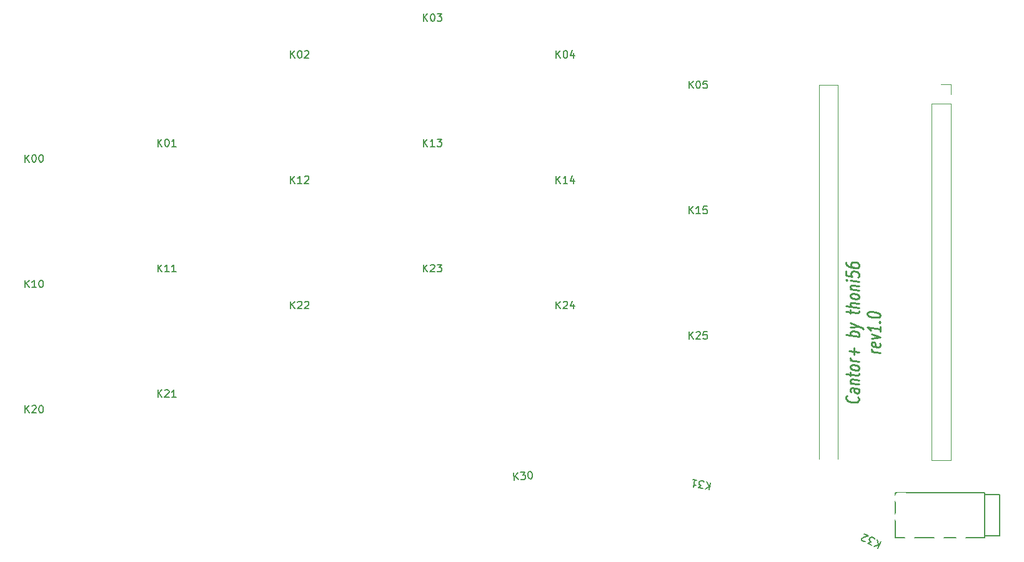
<source format=gto>
%TF.GenerationSoftware,KiCad,Pcbnew,(6.0.5)*%
%TF.CreationDate,2022-07-18T13:28:33+02:00*%
%TF.ProjectId,cantorplus,63616e74-6f72-4706-9c75-732e6b696361,rev1.0*%
%TF.SameCoordinates,Original*%
%TF.FileFunction,Legend,Top*%
%TF.FilePolarity,Positive*%
%FSLAX46Y46*%
G04 Gerber Fmt 4.6, Leading zero omitted, Abs format (unit mm)*
G04 Created by KiCad (PCBNEW (6.0.5)) date 2022-07-18 13:28:33*
%MOMM*%
%LPD*%
G01*
G04 APERTURE LIST*
%ADD10C,0.250000*%
%ADD11C,0.150000*%
%ADD12C,0.120000*%
%ADD13C,1.701800*%
%ADD14C,3.429000*%
%ADD15C,0.990600*%
%ADD16C,2.032000*%
%ADD17C,0.800000*%
%ADD18O,2.000000X1.600000*%
%ADD19R,1.700000X1.700000*%
%ADD20C,1.700000*%
G04 APERTURE END LIST*
D10*
X185667843Y-94038669D02*
X185753557Y-94111288D01*
X185839271Y-94307716D01*
X185839271Y-94431526D01*
X185753557Y-94606526D01*
X185582128Y-94708907D01*
X185410700Y-94749383D01*
X185067843Y-94768431D01*
X184810700Y-94736288D01*
X184467843Y-94631526D01*
X184296414Y-94548193D01*
X184124986Y-94402954D01*
X184039271Y-94206526D01*
X184039271Y-94082716D01*
X184124986Y-93907716D01*
X184210700Y-93856526D01*
X185839271Y-92945812D02*
X184896414Y-92827954D01*
X184724986Y-92868431D01*
X184639271Y-92981526D01*
X184639271Y-93229145D01*
X184724986Y-93363669D01*
X185753557Y-92935097D02*
X185839271Y-93069621D01*
X185839271Y-93379145D01*
X185753557Y-93492240D01*
X185582128Y-93532716D01*
X185410700Y-93511288D01*
X185239271Y-93427954D01*
X185153557Y-93293431D01*
X185153557Y-92983907D01*
X185067843Y-92849383D01*
X184639271Y-92176764D02*
X185839271Y-92326764D01*
X184810700Y-92198193D02*
X184724986Y-92125573D01*
X184639271Y-91991050D01*
X184639271Y-91805335D01*
X184724986Y-91692240D01*
X184896414Y-91651764D01*
X185839271Y-91769621D01*
X184639271Y-91186288D02*
X184639271Y-90691050D01*
X184039271Y-90925573D02*
X185582128Y-91118431D01*
X185753557Y-91077954D01*
X185839271Y-90964859D01*
X185839271Y-90841050D01*
X185839271Y-90222002D02*
X185753557Y-90335097D01*
X185667843Y-90386288D01*
X185496414Y-90426764D01*
X184982128Y-90362478D01*
X184810700Y-90279145D01*
X184724986Y-90206526D01*
X184639271Y-90072002D01*
X184639271Y-89886288D01*
X184724986Y-89773193D01*
X184810700Y-89722002D01*
X184982128Y-89681526D01*
X185496414Y-89745812D01*
X185667843Y-89829145D01*
X185753557Y-89901764D01*
X185839271Y-90036288D01*
X185839271Y-90222002D01*
X185839271Y-89231526D02*
X184639271Y-89081526D01*
X184982128Y-89124383D02*
X184810700Y-89041050D01*
X184724986Y-88968431D01*
X184639271Y-88833907D01*
X184639271Y-88710097D01*
X185153557Y-88341050D02*
X185153557Y-87350573D01*
X185839271Y-87931526D02*
X184467843Y-87760097D01*
X185839271Y-85826764D02*
X184039271Y-85601764D01*
X184724986Y-85687478D02*
X184639271Y-85552954D01*
X184639271Y-85305335D01*
X184724986Y-85192240D01*
X184810700Y-85141050D01*
X184982128Y-85100573D01*
X185496414Y-85164859D01*
X185667843Y-85248193D01*
X185753557Y-85320812D01*
X185839271Y-85455335D01*
X185839271Y-85702954D01*
X185753557Y-85816050D01*
X184639271Y-84624383D02*
X185839271Y-84464859D01*
X184639271Y-84005335D02*
X185839271Y-84464859D01*
X186267843Y-84642240D01*
X186353557Y-84714859D01*
X186439271Y-84849383D01*
X184639271Y-82705335D02*
X184639271Y-82210097D01*
X184039271Y-82444621D02*
X185582128Y-82637478D01*
X185753557Y-82597002D01*
X185839271Y-82483907D01*
X185839271Y-82360097D01*
X185839271Y-81926764D02*
X184039271Y-81701764D01*
X185839271Y-81369621D02*
X184896414Y-81251764D01*
X184724986Y-81292240D01*
X184639271Y-81405335D01*
X184639271Y-81591050D01*
X184724986Y-81725573D01*
X184810700Y-81798193D01*
X185839271Y-80564859D02*
X185753557Y-80677954D01*
X185667843Y-80729145D01*
X185496414Y-80769621D01*
X184982128Y-80705335D01*
X184810700Y-80622002D01*
X184724986Y-80549383D01*
X184639271Y-80414859D01*
X184639271Y-80229145D01*
X184724986Y-80116050D01*
X184810700Y-80064859D01*
X184982128Y-80024383D01*
X185496414Y-80088669D01*
X185667843Y-80172002D01*
X185753557Y-80244621D01*
X185839271Y-80379145D01*
X185839271Y-80564859D01*
X184639271Y-79424383D02*
X185839271Y-79574383D01*
X184810700Y-79445812D02*
X184724986Y-79373193D01*
X184639271Y-79238669D01*
X184639271Y-79052954D01*
X184724986Y-78939859D01*
X184896414Y-78899383D01*
X185839271Y-79017240D01*
X185839271Y-78398193D02*
X184639271Y-78248193D01*
X184039271Y-78173193D02*
X184124986Y-78245812D01*
X184210700Y-78194621D01*
X184124986Y-78122002D01*
X184039271Y-78173193D01*
X184210700Y-78194621D01*
X184039271Y-76935097D02*
X184039271Y-77554145D01*
X184896414Y-77723193D01*
X184810700Y-77650573D01*
X184724986Y-77516050D01*
X184724986Y-77206526D01*
X184810700Y-77093431D01*
X184896414Y-77042240D01*
X185067843Y-77001764D01*
X185496414Y-77055335D01*
X185667843Y-77138669D01*
X185753557Y-77211288D01*
X185839271Y-77345812D01*
X185839271Y-77655335D01*
X185753557Y-77768431D01*
X185667843Y-77819621D01*
X184039271Y-75758907D02*
X184039271Y-76006526D01*
X184124986Y-76141050D01*
X184210700Y-76213669D01*
X184467843Y-76369621D01*
X184810700Y-76474383D01*
X185496414Y-76560097D01*
X185667843Y-76519621D01*
X185753557Y-76468431D01*
X185839271Y-76355335D01*
X185839271Y-76107716D01*
X185753557Y-75973193D01*
X185667843Y-75900573D01*
X185496414Y-75817240D01*
X185067843Y-75763669D01*
X184896414Y-75804145D01*
X184810700Y-75855335D01*
X184724986Y-75968431D01*
X184724986Y-76216050D01*
X184810700Y-76350573D01*
X184896414Y-76423193D01*
X185067843Y-76506526D01*
X188737271Y-88055335D02*
X187537271Y-87905335D01*
X187880128Y-87948193D02*
X187708700Y-87864859D01*
X187622986Y-87792240D01*
X187537271Y-87657716D01*
X187537271Y-87533907D01*
X188651557Y-86744621D02*
X188737271Y-86879145D01*
X188737271Y-87126764D01*
X188651557Y-87239859D01*
X188480128Y-87280335D01*
X187794414Y-87194621D01*
X187622986Y-87111288D01*
X187537271Y-86976764D01*
X187537271Y-86729145D01*
X187622986Y-86616050D01*
X187794414Y-86575573D01*
X187965843Y-86597002D01*
X188137271Y-87237478D01*
X187537271Y-86110097D02*
X188737271Y-85950573D01*
X187537271Y-85491050D01*
X188737271Y-84464859D02*
X188737271Y-85207716D01*
X188737271Y-84836288D02*
X186937271Y-84611288D01*
X187194414Y-84767240D01*
X187365843Y-84912478D01*
X187451557Y-85047002D01*
X188565843Y-83886288D02*
X188651557Y-83835097D01*
X188737271Y-83907716D01*
X188651557Y-83958907D01*
X188565843Y-83886288D01*
X188737271Y-83907716D01*
X186937271Y-82816050D02*
X186937271Y-82692240D01*
X187022986Y-82579145D01*
X187108700Y-82527954D01*
X187280128Y-82487478D01*
X187622986Y-82468431D01*
X188051557Y-82522002D01*
X188394414Y-82626764D01*
X188565843Y-82710097D01*
X188651557Y-82782716D01*
X188737271Y-82917240D01*
X188737271Y-83041050D01*
X188651557Y-83154145D01*
X188565843Y-83205335D01*
X188394414Y-83245812D01*
X188051557Y-83264859D01*
X187622986Y-83211288D01*
X187280128Y-83106526D01*
X187108700Y-83023193D01*
X187022986Y-82950573D01*
X186937271Y-82816050D01*
D11*
%TO.C,K25*%
X162785714Y-86197380D02*
X162785714Y-85197380D01*
X163357142Y-86197380D02*
X162928571Y-85625952D01*
X163357142Y-85197380D02*
X162785714Y-85768809D01*
X163738095Y-85292619D02*
X163785714Y-85245000D01*
X163880952Y-85197380D01*
X164119047Y-85197380D01*
X164214285Y-85245000D01*
X164261904Y-85292619D01*
X164309523Y-85387857D01*
X164309523Y-85483095D01*
X164261904Y-85625952D01*
X163690476Y-86197380D01*
X164309523Y-86197380D01*
X165214285Y-85197380D02*
X164738095Y-85197380D01*
X164690476Y-85673571D01*
X164738095Y-85625952D01*
X164833333Y-85578333D01*
X165071428Y-85578333D01*
X165166666Y-85625952D01*
X165214285Y-85673571D01*
X165261904Y-85768809D01*
X165261904Y-86006904D01*
X165214285Y-86102142D01*
X165166666Y-86149761D01*
X165071428Y-86197380D01*
X164833333Y-86197380D01*
X164738095Y-86149761D01*
X164690476Y-86102142D01*
%TO.C,K24*%
X144785714Y-82077380D02*
X144785714Y-81077380D01*
X145357142Y-82077380D02*
X144928571Y-81505952D01*
X145357142Y-81077380D02*
X144785714Y-81648809D01*
X145738095Y-81172619D02*
X145785714Y-81125000D01*
X145880952Y-81077380D01*
X146119047Y-81077380D01*
X146214285Y-81125000D01*
X146261904Y-81172619D01*
X146309523Y-81267857D01*
X146309523Y-81363095D01*
X146261904Y-81505952D01*
X145690476Y-82077380D01*
X146309523Y-82077380D01*
X147166666Y-81410714D02*
X147166666Y-82077380D01*
X146928571Y-81029761D02*
X146690476Y-81744047D01*
X147309523Y-81744047D01*
%TO.C,K21*%
X90785714Y-94077380D02*
X90785714Y-93077380D01*
X91357142Y-94077380D02*
X90928571Y-93505952D01*
X91357142Y-93077380D02*
X90785714Y-93648809D01*
X91738095Y-93172619D02*
X91785714Y-93125000D01*
X91880952Y-93077380D01*
X92119047Y-93077380D01*
X92214285Y-93125000D01*
X92261904Y-93172619D01*
X92309523Y-93267857D01*
X92309523Y-93363095D01*
X92261904Y-93505952D01*
X91690476Y-94077380D01*
X92309523Y-94077380D01*
X93261904Y-94077380D02*
X92690476Y-94077380D01*
X92976190Y-94077380D02*
X92976190Y-93077380D01*
X92880952Y-93220238D01*
X92785714Y-93315476D01*
X92690476Y-93363095D01*
%TO.C,K02*%
X108785714Y-48077380D02*
X108785714Y-47077380D01*
X109357142Y-48077380D02*
X108928571Y-47505952D01*
X109357142Y-47077380D02*
X108785714Y-47648809D01*
X109976190Y-47077380D02*
X110071428Y-47077380D01*
X110166666Y-47125000D01*
X110214285Y-47172619D01*
X110261904Y-47267857D01*
X110309523Y-47458333D01*
X110309523Y-47696428D01*
X110261904Y-47886904D01*
X110214285Y-47982142D01*
X110166666Y-48029761D01*
X110071428Y-48077380D01*
X109976190Y-48077380D01*
X109880952Y-48029761D01*
X109833333Y-47982142D01*
X109785714Y-47886904D01*
X109738095Y-47696428D01*
X109738095Y-47458333D01*
X109785714Y-47267857D01*
X109833333Y-47172619D01*
X109880952Y-47125000D01*
X109976190Y-47077380D01*
X110690476Y-47172619D02*
X110738095Y-47125000D01*
X110833333Y-47077380D01*
X111071428Y-47077380D01*
X111166666Y-47125000D01*
X111214285Y-47172619D01*
X111261904Y-47267857D01*
X111261904Y-47363095D01*
X111214285Y-47505952D01*
X110642857Y-48077380D01*
X111261904Y-48077380D01*
%TO.C,K10*%
X72785714Y-79197380D02*
X72785714Y-78197380D01*
X73357142Y-79197380D02*
X72928571Y-78625952D01*
X73357142Y-78197380D02*
X72785714Y-78768809D01*
X74309523Y-79197380D02*
X73738095Y-79197380D01*
X74023809Y-79197380D02*
X74023809Y-78197380D01*
X73928571Y-78340238D01*
X73833333Y-78435476D01*
X73738095Y-78483095D01*
X74928571Y-78197380D02*
X75023809Y-78197380D01*
X75119047Y-78245000D01*
X75166666Y-78292619D01*
X75214285Y-78387857D01*
X75261904Y-78578333D01*
X75261904Y-78816428D01*
X75214285Y-79006904D01*
X75166666Y-79102142D01*
X75119047Y-79149761D01*
X75023809Y-79197380D01*
X74928571Y-79197380D01*
X74833333Y-79149761D01*
X74785714Y-79102142D01*
X74738095Y-79006904D01*
X74690476Y-78816428D01*
X74690476Y-78578333D01*
X74738095Y-78387857D01*
X74785714Y-78292619D01*
X74833333Y-78245000D01*
X74928571Y-78197380D01*
%TO.C,K04*%
X144785714Y-48077380D02*
X144785714Y-47077380D01*
X145357142Y-48077380D02*
X144928571Y-47505952D01*
X145357142Y-47077380D02*
X144785714Y-47648809D01*
X145976190Y-47077380D02*
X146071428Y-47077380D01*
X146166666Y-47125000D01*
X146214285Y-47172619D01*
X146261904Y-47267857D01*
X146309523Y-47458333D01*
X146309523Y-47696428D01*
X146261904Y-47886904D01*
X146214285Y-47982142D01*
X146166666Y-48029761D01*
X146071428Y-48077380D01*
X145976190Y-48077380D01*
X145880952Y-48029761D01*
X145833333Y-47982142D01*
X145785714Y-47886904D01*
X145738095Y-47696428D01*
X145738095Y-47458333D01*
X145785714Y-47267857D01*
X145833333Y-47172619D01*
X145880952Y-47125000D01*
X145976190Y-47077380D01*
X147166666Y-47410714D02*
X147166666Y-48077380D01*
X146928571Y-47029761D02*
X146690476Y-47744047D01*
X147309523Y-47744047D01*
%TO.C,K12*%
X108785714Y-65077380D02*
X108785714Y-64077380D01*
X109357142Y-65077380D02*
X108928571Y-64505952D01*
X109357142Y-64077380D02*
X108785714Y-64648809D01*
X110309523Y-65077380D02*
X109738095Y-65077380D01*
X110023809Y-65077380D02*
X110023809Y-64077380D01*
X109928571Y-64220238D01*
X109833333Y-64315476D01*
X109738095Y-64363095D01*
X110690476Y-64172619D02*
X110738095Y-64125000D01*
X110833333Y-64077380D01*
X111071428Y-64077380D01*
X111166666Y-64125000D01*
X111214285Y-64172619D01*
X111261904Y-64267857D01*
X111261904Y-64363095D01*
X111214285Y-64505952D01*
X110642857Y-65077380D01*
X111261904Y-65077380D01*
%TO.C,K30*%
X139110291Y-105332904D02*
X139023135Y-104336709D01*
X139679545Y-105283101D02*
X139202801Y-104751199D01*
X139592389Y-104286906D02*
X139072939Y-104905963D01*
X139924454Y-104257854D02*
X140541146Y-104203901D01*
X140242284Y-104612455D01*
X140384597Y-104600004D01*
X140483623Y-104639142D01*
X140535211Y-104682429D01*
X140590950Y-104773155D01*
X140611701Y-105010344D01*
X140572564Y-105109370D01*
X140529276Y-105160958D01*
X140438551Y-105216696D01*
X140153924Y-105241598D01*
X140054898Y-105202461D01*
X140003310Y-105159173D01*
X141157838Y-104149947D02*
X141252714Y-104141646D01*
X141351740Y-104180784D01*
X141403328Y-104224071D01*
X141459066Y-104314797D01*
X141523105Y-104500398D01*
X141543857Y-104737587D01*
X141513020Y-104931489D01*
X141473883Y-105030515D01*
X141430595Y-105082103D01*
X141339870Y-105137841D01*
X141244994Y-105146142D01*
X141145968Y-105107004D01*
X141094380Y-105063717D01*
X141038642Y-104972991D01*
X140974603Y-104787390D01*
X140953851Y-104550201D01*
X140984688Y-104356299D01*
X141023825Y-104257273D01*
X141067113Y-104205685D01*
X141157838Y-104149947D01*
%TO.C,K01*%
X90785714Y-60077380D02*
X90785714Y-59077380D01*
X91357142Y-60077380D02*
X90928571Y-59505952D01*
X91357142Y-59077380D02*
X90785714Y-59648809D01*
X91976190Y-59077380D02*
X92071428Y-59077380D01*
X92166666Y-59125000D01*
X92214285Y-59172619D01*
X92261904Y-59267857D01*
X92309523Y-59458333D01*
X92309523Y-59696428D01*
X92261904Y-59886904D01*
X92214285Y-59982142D01*
X92166666Y-60029761D01*
X92071428Y-60077380D01*
X91976190Y-60077380D01*
X91880952Y-60029761D01*
X91833333Y-59982142D01*
X91785714Y-59886904D01*
X91738095Y-59696428D01*
X91738095Y-59458333D01*
X91785714Y-59267857D01*
X91833333Y-59172619D01*
X91880952Y-59125000D01*
X91976190Y-59077380D01*
X93261904Y-60077380D02*
X92690476Y-60077380D01*
X92976190Y-60077380D02*
X92976190Y-59077380D01*
X92880952Y-59220238D01*
X92785714Y-59315476D01*
X92690476Y-59363095D01*
%TO.C,K14*%
X144785714Y-65077380D02*
X144785714Y-64077380D01*
X145357142Y-65077380D02*
X144928571Y-64505952D01*
X145357142Y-64077380D02*
X144785714Y-64648809D01*
X146309523Y-65077380D02*
X145738095Y-65077380D01*
X146023809Y-65077380D02*
X146023809Y-64077380D01*
X145928571Y-64220238D01*
X145833333Y-64315476D01*
X145738095Y-64363095D01*
X147166666Y-64410714D02*
X147166666Y-65077380D01*
X146928571Y-64029761D02*
X146690476Y-64744047D01*
X147309523Y-64744047D01*
%TO.C,K23*%
X126785714Y-77077380D02*
X126785714Y-76077380D01*
X127357142Y-77077380D02*
X126928571Y-76505952D01*
X127357142Y-76077380D02*
X126785714Y-76648809D01*
X127738095Y-76172619D02*
X127785714Y-76125000D01*
X127880952Y-76077380D01*
X128119047Y-76077380D01*
X128214285Y-76125000D01*
X128261904Y-76172619D01*
X128309523Y-76267857D01*
X128309523Y-76363095D01*
X128261904Y-76505952D01*
X127690476Y-77077380D01*
X128309523Y-77077380D01*
X128642857Y-76077380D02*
X129261904Y-76077380D01*
X128928571Y-76458333D01*
X129071428Y-76458333D01*
X129166666Y-76505952D01*
X129214285Y-76553571D01*
X129261904Y-76648809D01*
X129261904Y-76886904D01*
X129214285Y-76982142D01*
X129166666Y-77029761D01*
X129071428Y-77077380D01*
X128785714Y-77077380D01*
X128690476Y-77029761D01*
X128642857Y-76982142D01*
%TO.C,K03*%
X126785714Y-43077380D02*
X126785714Y-42077380D01*
X127357142Y-43077380D02*
X126928571Y-42505952D01*
X127357142Y-42077380D02*
X126785714Y-42648809D01*
X127976190Y-42077380D02*
X128071428Y-42077380D01*
X128166666Y-42125000D01*
X128214285Y-42172619D01*
X128261904Y-42267857D01*
X128309523Y-42458333D01*
X128309523Y-42696428D01*
X128261904Y-42886904D01*
X128214285Y-42982142D01*
X128166666Y-43029761D01*
X128071428Y-43077380D01*
X127976190Y-43077380D01*
X127880952Y-43029761D01*
X127833333Y-42982142D01*
X127785714Y-42886904D01*
X127738095Y-42696428D01*
X127738095Y-42458333D01*
X127785714Y-42267857D01*
X127833333Y-42172619D01*
X127880952Y-42125000D01*
X127976190Y-42077380D01*
X128642857Y-42077380D02*
X129261904Y-42077380D01*
X128928571Y-42458333D01*
X129071428Y-42458333D01*
X129166666Y-42505952D01*
X129214285Y-42553571D01*
X129261904Y-42648809D01*
X129261904Y-42886904D01*
X129214285Y-42982142D01*
X129166666Y-43029761D01*
X129071428Y-43077380D01*
X128785714Y-43077380D01*
X128690476Y-43029761D01*
X128642857Y-42982142D01*
%TO.C,K22*%
X108785714Y-82077380D02*
X108785714Y-81077380D01*
X109357142Y-82077380D02*
X108928571Y-81505952D01*
X109357142Y-81077380D02*
X108785714Y-81648809D01*
X109738095Y-81172619D02*
X109785714Y-81125000D01*
X109880952Y-81077380D01*
X110119047Y-81077380D01*
X110214285Y-81125000D01*
X110261904Y-81172619D01*
X110309523Y-81267857D01*
X110309523Y-81363095D01*
X110261904Y-81505952D01*
X109690476Y-82077380D01*
X110309523Y-82077380D01*
X110690476Y-81172619D02*
X110738095Y-81125000D01*
X110833333Y-81077380D01*
X111071428Y-81077380D01*
X111166666Y-81125000D01*
X111214285Y-81172619D01*
X111261904Y-81267857D01*
X111261904Y-81363095D01*
X111214285Y-81505952D01*
X110642857Y-82077380D01*
X111261904Y-82077380D01*
%TO.C,K15*%
X162785714Y-69197380D02*
X162785714Y-68197380D01*
X163357142Y-69197380D02*
X162928571Y-68625952D01*
X163357142Y-68197380D02*
X162785714Y-68768809D01*
X164309523Y-69197380D02*
X163738095Y-69197380D01*
X164023809Y-69197380D02*
X164023809Y-68197380D01*
X163928571Y-68340238D01*
X163833333Y-68435476D01*
X163738095Y-68483095D01*
X165214285Y-68197380D02*
X164738095Y-68197380D01*
X164690476Y-68673571D01*
X164738095Y-68625952D01*
X164833333Y-68578333D01*
X165071428Y-68578333D01*
X165166666Y-68625952D01*
X165214285Y-68673571D01*
X165261904Y-68768809D01*
X165261904Y-69006904D01*
X165214285Y-69102142D01*
X165166666Y-69149761D01*
X165071428Y-69197380D01*
X164833333Y-69197380D01*
X164738095Y-69149761D01*
X164690476Y-69102142D01*
%TO.C,K32*%
X188780415Y-113621611D02*
X188357796Y-114527919D01*
X188262524Y-113380115D02*
X188409446Y-114079128D01*
X187839906Y-114286423D02*
X188599292Y-114010029D01*
X187537804Y-114145550D02*
X186976756Y-113883929D01*
X187439856Y-113679542D01*
X187310383Y-113619168D01*
X187244193Y-113535761D01*
X187221160Y-113472479D01*
X187218252Y-113366039D01*
X187318875Y-113150252D01*
X187402282Y-113084061D01*
X187465564Y-113061029D01*
X187572004Y-113058120D01*
X187830949Y-113178868D01*
X187897140Y-113262275D01*
X187920172Y-113325558D01*
X186671745Y-113636617D02*
X186608463Y-113659650D01*
X186502023Y-113662558D01*
X186286236Y-113561935D01*
X186220045Y-113478528D01*
X186197012Y-113415246D01*
X186194104Y-113308806D01*
X186234354Y-113222491D01*
X186337885Y-113113143D01*
X187097272Y-112836749D01*
X186536224Y-112575128D01*
%TO.C,K11*%
X90785714Y-77077380D02*
X90785714Y-76077380D01*
X91357142Y-77077380D02*
X90928571Y-76505952D01*
X91357142Y-76077380D02*
X90785714Y-76648809D01*
X92309523Y-77077380D02*
X91738095Y-77077380D01*
X92023809Y-77077380D02*
X92023809Y-76077380D01*
X91928571Y-76220238D01*
X91833333Y-76315476D01*
X91738095Y-76363095D01*
X93261904Y-77077380D02*
X92690476Y-77077380D01*
X92976190Y-77077380D02*
X92976190Y-76077380D01*
X92880952Y-76220238D01*
X92785714Y-76315476D01*
X92690476Y-76363095D01*
%TO.C,K05*%
X162785714Y-52197380D02*
X162785714Y-51197380D01*
X163357142Y-52197380D02*
X162928571Y-51625952D01*
X163357142Y-51197380D02*
X162785714Y-51768809D01*
X163976190Y-51197380D02*
X164071428Y-51197380D01*
X164166666Y-51245000D01*
X164214285Y-51292619D01*
X164261904Y-51387857D01*
X164309523Y-51578333D01*
X164309523Y-51816428D01*
X164261904Y-52006904D01*
X164214285Y-52102142D01*
X164166666Y-52149761D01*
X164071428Y-52197380D01*
X163976190Y-52197380D01*
X163880952Y-52149761D01*
X163833333Y-52102142D01*
X163785714Y-52006904D01*
X163738095Y-51816428D01*
X163738095Y-51578333D01*
X163785714Y-51387857D01*
X163833333Y-51292619D01*
X163880952Y-51245000D01*
X163976190Y-51197380D01*
X165214285Y-51197380D02*
X164738095Y-51197380D01*
X164690476Y-51673571D01*
X164738095Y-51625952D01*
X164833333Y-51578333D01*
X165071428Y-51578333D01*
X165166666Y-51625952D01*
X165214285Y-51673571D01*
X165261904Y-51768809D01*
X165261904Y-52006904D01*
X165214285Y-52102142D01*
X165166666Y-52149761D01*
X165071428Y-52197380D01*
X164833333Y-52197380D01*
X164738095Y-52149761D01*
X164690476Y-52102142D01*
%TO.C,K20*%
X72785714Y-96197380D02*
X72785714Y-95197380D01*
X73357142Y-96197380D02*
X72928571Y-95625952D01*
X73357142Y-95197380D02*
X72785714Y-95768809D01*
X73738095Y-95292619D02*
X73785714Y-95245000D01*
X73880952Y-95197380D01*
X74119047Y-95197380D01*
X74214285Y-95245000D01*
X74261904Y-95292619D01*
X74309523Y-95387857D01*
X74309523Y-95483095D01*
X74261904Y-95625952D01*
X73690476Y-96197380D01*
X74309523Y-96197380D01*
X74928571Y-95197380D02*
X75023809Y-95197380D01*
X75119047Y-95245000D01*
X75166666Y-95292619D01*
X75214285Y-95387857D01*
X75261904Y-95578333D01*
X75261904Y-95816428D01*
X75214285Y-96006904D01*
X75166666Y-96102142D01*
X75119047Y-96149761D01*
X75023809Y-96197380D01*
X74928571Y-96197380D01*
X74833333Y-96149761D01*
X74785714Y-96102142D01*
X74738095Y-96006904D01*
X74690476Y-95816428D01*
X74690476Y-95578333D01*
X74738095Y-95387857D01*
X74785714Y-95292619D01*
X74833333Y-95245000D01*
X74928571Y-95197380D01*
%TO.C,K13*%
X126785714Y-60077380D02*
X126785714Y-59077380D01*
X127357142Y-60077380D02*
X126928571Y-59505952D01*
X127357142Y-59077380D02*
X126785714Y-59648809D01*
X128309523Y-60077380D02*
X127738095Y-60077380D01*
X128023809Y-60077380D02*
X128023809Y-59077380D01*
X127928571Y-59220238D01*
X127833333Y-59315476D01*
X127738095Y-59363095D01*
X128642857Y-59077380D02*
X129261904Y-59077380D01*
X128928571Y-59458333D01*
X129071428Y-59458333D01*
X129166666Y-59505952D01*
X129214285Y-59553571D01*
X129261904Y-59648809D01*
X129261904Y-59886904D01*
X129214285Y-59982142D01*
X129166666Y-60029761D01*
X129071428Y-60077380D01*
X128785714Y-60077380D01*
X128690476Y-60029761D01*
X128642857Y-59982142D01*
%TO.C,K00*%
X72785714Y-62197380D02*
X72785714Y-61197380D01*
X73357142Y-62197380D02*
X72928571Y-61625952D01*
X73357142Y-61197380D02*
X72785714Y-61768809D01*
X73976190Y-61197380D02*
X74071428Y-61197380D01*
X74166666Y-61245000D01*
X74214285Y-61292619D01*
X74261904Y-61387857D01*
X74309523Y-61578333D01*
X74309523Y-61816428D01*
X74261904Y-62006904D01*
X74214285Y-62102142D01*
X74166666Y-62149761D01*
X74071428Y-62197380D01*
X73976190Y-62197380D01*
X73880952Y-62149761D01*
X73833333Y-62102142D01*
X73785714Y-62006904D01*
X73738095Y-61816428D01*
X73738095Y-61578333D01*
X73785714Y-61387857D01*
X73833333Y-61292619D01*
X73880952Y-61245000D01*
X73976190Y-61197380D01*
X74928571Y-61197380D02*
X75023809Y-61197380D01*
X75119047Y-61245000D01*
X75166666Y-61292619D01*
X75214285Y-61387857D01*
X75261904Y-61578333D01*
X75261904Y-61816428D01*
X75214285Y-62006904D01*
X75166666Y-62102142D01*
X75119047Y-62149761D01*
X75023809Y-62197380D01*
X74928571Y-62197380D01*
X74833333Y-62149761D01*
X74785714Y-62102142D01*
X74738095Y-62006904D01*
X74690476Y-61816428D01*
X74690476Y-61578333D01*
X74738095Y-61387857D01*
X74785714Y-61292619D01*
X74833333Y-61245000D01*
X74928571Y-61197380D01*
%TO.C,K31*%
X165707859Y-105635762D02*
X165534210Y-106620569D01*
X165145111Y-105536534D02*
X165467944Y-106173702D01*
X164971463Y-106521342D02*
X165633438Y-106057822D01*
X164643194Y-106463459D02*
X164033551Y-106355963D01*
X164427972Y-106038681D01*
X164287285Y-106013874D01*
X164201763Y-105950440D01*
X164163136Y-105895276D01*
X164132779Y-105793215D01*
X164174123Y-105558737D01*
X164237557Y-105473215D01*
X164292721Y-105434589D01*
X164394782Y-105404231D01*
X164676155Y-105453845D01*
X164761678Y-105517278D01*
X164800304Y-105572443D01*
X163269287Y-105205776D02*
X163832034Y-105305003D01*
X163550661Y-105255390D02*
X163377013Y-106240197D01*
X163495611Y-106116048D01*
X163605940Y-106038795D01*
X163708000Y-106008437D01*
%TO.C,J1*%
X190750000Y-113150000D02*
X190750000Y-107050000D01*
X202850000Y-113150000D02*
X202850000Y-107050000D01*
X202850000Y-112900000D02*
X204850000Y-112900000D01*
X202850000Y-107050000D02*
X190750000Y-107050000D01*
X202850000Y-113150000D02*
X190750000Y-113150000D01*
X202850000Y-107300000D02*
X204850000Y-107300000D01*
X204850000Y-112900000D02*
X204850000Y-107300000D01*
D12*
%TO.C,U1*%
X195605000Y-102590000D02*
X198265000Y-102590000D01*
X198265000Y-102590000D02*
X198265000Y-54270000D01*
X182965000Y-102530000D02*
X180425000Y-102530000D01*
X198265000Y-53000000D02*
X198265000Y-51670000D01*
X182965000Y-51730000D02*
X180425000Y-51730000D01*
X182965000Y-102530000D02*
X182965000Y-51730000D01*
X195605000Y-54270000D02*
X195605000Y-102590000D01*
X180425000Y-51730000D02*
X180425000Y-102530000D01*
X198265000Y-51670000D02*
X196935000Y-51670000D01*
X198265000Y-54270000D02*
X195605000Y-54270000D01*
%TD*%
%LPC*%
%TO.C,U1*%
X180425000Y-102530000D02*
X182965000Y-102530000D01*
%TD*%
D13*
%TO.C,K25*%
X158500000Y-94000000D03*
D14*
X164000000Y-94000000D03*
D15*
X169220000Y-89800000D03*
D13*
X169500000Y-94000000D03*
D15*
X158780000Y-89800000D03*
D16*
X164000000Y-99900000D03*
X169000000Y-97800000D03*
X159000000Y-97800000D03*
%TD*%
D15*
%TO.C,K24*%
X140780000Y-85680000D03*
X151220000Y-85680000D03*
D13*
X151500000Y-89880000D03*
X140500000Y-89880000D03*
D14*
X146000000Y-89880000D03*
D16*
X146000000Y-95780000D03*
X151000000Y-93680000D03*
X141000000Y-93680000D03*
%TD*%
D14*
%TO.C,K21*%
X92000000Y-101880000D03*
D15*
X86780000Y-97680000D03*
X97220000Y-97680000D03*
D13*
X86500000Y-101880000D03*
X97500000Y-101880000D03*
D16*
X92000000Y-107780000D03*
X87000000Y-105680000D03*
X97000000Y-105680000D03*
%TD*%
D13*
%TO.C,K02*%
X115500000Y-55880000D03*
X104500000Y-55880000D03*
D15*
X115220000Y-51680000D03*
X104780000Y-51680000D03*
D14*
X110000000Y-55880000D03*
D16*
X110000000Y-61780000D03*
X115000000Y-59680000D03*
X105000000Y-59680000D03*
%TD*%
D15*
%TO.C,K10*%
X68780000Y-82800000D03*
D14*
X74000000Y-87000000D03*
D13*
X68500000Y-87000000D03*
D15*
X79220000Y-82800000D03*
D13*
X79500000Y-87000000D03*
D16*
X74000000Y-92900000D03*
X69000000Y-90800000D03*
X79000000Y-90800000D03*
%TD*%
D14*
%TO.C,K04*%
X146000000Y-55880000D03*
D13*
X140500000Y-55880000D03*
D15*
X140780000Y-51680000D03*
X151220000Y-51680000D03*
D13*
X151500000Y-55880000D03*
D16*
X146000000Y-61780000D03*
X141000000Y-59680000D03*
X151000000Y-59680000D03*
%TD*%
D13*
%TO.C,K12*%
X115500000Y-72880000D03*
D15*
X104780000Y-68680000D03*
D14*
X110000000Y-72880000D03*
D15*
X115220000Y-68680000D03*
D13*
X104500000Y-72880000D03*
D16*
X110000000Y-78780000D03*
X105000000Y-76680000D03*
X115000000Y-76680000D03*
%TD*%
D13*
%TO.C,K30*%
X146479071Y-112520643D03*
D15*
X135433810Y-109270935D03*
D13*
X135520929Y-113479357D03*
D14*
X141000000Y-113000000D03*
D15*
X145834082Y-108361029D03*
D16*
X141514219Y-118877549D03*
X146312165Y-116349761D03*
X136350218Y-117221319D03*
%TD*%
D15*
%TO.C,K01*%
X86780000Y-63680000D03*
D13*
X86500000Y-67880000D03*
X97500000Y-67880000D03*
D14*
X92000000Y-67880000D03*
D15*
X97220000Y-63680000D03*
D16*
X92000000Y-73780000D03*
X87000000Y-71680000D03*
X97000000Y-71680000D03*
%TD*%
D14*
%TO.C,K14*%
X146000000Y-72880000D03*
D15*
X140780000Y-68680000D03*
D13*
X140500000Y-72880000D03*
X151500000Y-72880000D03*
D15*
X151220000Y-68680000D03*
D16*
X146000000Y-78780000D03*
X141000000Y-76680000D03*
X151000000Y-76680000D03*
%TD*%
D13*
%TO.C,K23*%
X122500000Y-84880000D03*
D15*
X122780000Y-80680000D03*
D14*
X128000000Y-84880000D03*
D13*
X133500000Y-84880000D03*
D15*
X133220000Y-80680000D03*
D16*
X128000000Y-90780000D03*
X133000000Y-88680000D03*
X123000000Y-88680000D03*
%TD*%
D14*
%TO.C,K03*%
X128000000Y-50880000D03*
D13*
X133500000Y-50880000D03*
X122500000Y-50880000D03*
D15*
X133220000Y-46680000D03*
X122780000Y-46680000D03*
D16*
X128000000Y-56780000D03*
X133000000Y-54680000D03*
X123000000Y-54680000D03*
%TD*%
D13*
%TO.C,K22*%
X115500000Y-89880000D03*
D15*
X115220000Y-85680000D03*
D13*
X104500000Y-89880000D03*
D14*
X110000000Y-89880000D03*
D15*
X104780000Y-85680000D03*
D16*
X110000000Y-95780000D03*
X105000000Y-93680000D03*
X115000000Y-93680000D03*
%TD*%
D17*
%TO.C,J1*%
X201250000Y-110100000D03*
X194250000Y-108000000D03*
X194250000Y-110100000D03*
X201250000Y-108000000D03*
D18*
X191550000Y-107800000D03*
X191550000Y-110300000D03*
X192650000Y-112400000D03*
X192650000Y-105700000D03*
X199650000Y-112400000D03*
X196650000Y-105700000D03*
X196650000Y-112400000D03*
X199650000Y-105700000D03*
%TD*%
D14*
%TO.C,K15*%
X164000000Y-77000000D03*
D15*
X158780000Y-72800000D03*
D13*
X158500000Y-77000000D03*
D15*
X169220000Y-72800000D03*
D13*
X169500000Y-77000000D03*
D16*
X164000000Y-82900000D03*
X159000000Y-80800000D03*
X169000000Y-80800000D03*
%TD*%
D15*
%TO.C,K32*%
X190505923Y-119399575D03*
D13*
X188984693Y-123324400D03*
D15*
X181044070Y-114987440D03*
D13*
X179015307Y-118675600D03*
D14*
X184000000Y-121000000D03*
D16*
X181506552Y-126347216D03*
X186925590Y-126557061D03*
X177862512Y-122330878D03*
%TD*%
D13*
%TO.C,K11*%
X97500000Y-84880000D03*
D14*
X92000000Y-84880000D03*
D15*
X86780000Y-80680000D03*
X97220000Y-80680000D03*
D13*
X86500000Y-84880000D03*
D16*
X92000000Y-90780000D03*
X97000000Y-88680000D03*
X87000000Y-88680000D03*
%TD*%
D19*
%TO.C,U1*%
X179035000Y-53020000D03*
X196935000Y-53000000D03*
D20*
X196935000Y-55540000D03*
X179035000Y-55560000D03*
X179035000Y-58100000D03*
X196935000Y-58080000D03*
X196935000Y-60620000D03*
X179035000Y-60640000D03*
X179035000Y-63180000D03*
X196935000Y-63160000D03*
X196935000Y-65700000D03*
X179035000Y-65720000D03*
X196935000Y-68240000D03*
X179035000Y-68260000D03*
X196935000Y-70780000D03*
X179035000Y-70800000D03*
X179035000Y-73340000D03*
X196935000Y-73320000D03*
X196935000Y-75860000D03*
X179035000Y-75880000D03*
X179035000Y-78420000D03*
X196935000Y-78400000D03*
X179035000Y-80960000D03*
X196935000Y-80940000D03*
X196935000Y-83480000D03*
X179035000Y-83500000D03*
X179035000Y-86040000D03*
X196935000Y-86020000D03*
X179035000Y-88580000D03*
X196935000Y-88560000D03*
X196935000Y-91100000D03*
X179035000Y-91120000D03*
X196935000Y-93640000D03*
X179035000Y-93660000D03*
X179035000Y-96200000D03*
X196935000Y-96180000D03*
X196935000Y-98720000D03*
X179035000Y-98740000D03*
X196935000Y-101260000D03*
X179035000Y-101280000D03*
X194275000Y-101280000D03*
X181695000Y-101260000D03*
X181695000Y-98720000D03*
X194275000Y-98740000D03*
X181695000Y-96180000D03*
X194275000Y-96200000D03*
X194275000Y-93660000D03*
X181695000Y-93640000D03*
X194275000Y-91120000D03*
X181695000Y-91100000D03*
X194275000Y-88580000D03*
X181695000Y-88560000D03*
X194275000Y-86040000D03*
X181695000Y-86020000D03*
X194275000Y-83500000D03*
X181695000Y-83480000D03*
X181695000Y-80940000D03*
X194275000Y-80960000D03*
X181695000Y-78400000D03*
X194275000Y-78420000D03*
X194275000Y-75880000D03*
X181695000Y-75860000D03*
X181695000Y-73320000D03*
X194275000Y-73340000D03*
X181695000Y-70780000D03*
X194275000Y-70800000D03*
X194275000Y-68260000D03*
X181695000Y-68240000D03*
X194275000Y-65720000D03*
X181695000Y-65700000D03*
X181695000Y-63160000D03*
X194275000Y-63180000D03*
X194275000Y-60640000D03*
X181695000Y-60620000D03*
X181695000Y-58080000D03*
X194275000Y-58100000D03*
X181695000Y-55540000D03*
X194275000Y-55560000D03*
X181695000Y-53000000D03*
X194275000Y-53020000D03*
%TD*%
D13*
%TO.C,K05*%
X169500000Y-60000000D03*
D15*
X169220000Y-55800000D03*
X158780000Y-55800000D03*
D14*
X164000000Y-60000000D03*
D13*
X158500000Y-60000000D03*
D16*
X164000000Y-65900000D03*
X169000000Y-63800000D03*
X159000000Y-63800000D03*
%TD*%
D13*
%TO.C,K20*%
X79500000Y-104000000D03*
D15*
X68780000Y-99800000D03*
D14*
X74000000Y-104000000D03*
D13*
X68500000Y-104000000D03*
D15*
X79220000Y-99800000D03*
D16*
X74000000Y-109900000D03*
X79000000Y-107800000D03*
X69000000Y-107800000D03*
%TD*%
D15*
%TO.C,K13*%
X122780000Y-63680000D03*
D14*
X128000000Y-67880000D03*
D13*
X122500000Y-67880000D03*
D15*
X133220000Y-63680000D03*
D13*
X133500000Y-67880000D03*
D16*
X128000000Y-73780000D03*
X123000000Y-71680000D03*
X133000000Y-71680000D03*
%TD*%
D13*
%TO.C,K00*%
X68500000Y-70000000D03*
X79500000Y-70000000D03*
D14*
X74000000Y-70000000D03*
D15*
X68780000Y-65800000D03*
X79220000Y-65800000D03*
D16*
X74000000Y-75900000D03*
X69000000Y-73800000D03*
X79000000Y-73800000D03*
%TD*%
D14*
%TO.C,K31*%
X163000000Y-114000000D03*
D15*
X158588626Y-108957364D03*
D13*
X168416443Y-114955065D03*
X157583557Y-113044935D03*
D15*
X168870019Y-110770251D03*
D16*
X161975476Y-119810366D03*
X167264176Y-118610510D03*
X157416098Y-116874029D03*
%TD*%
M02*

</source>
